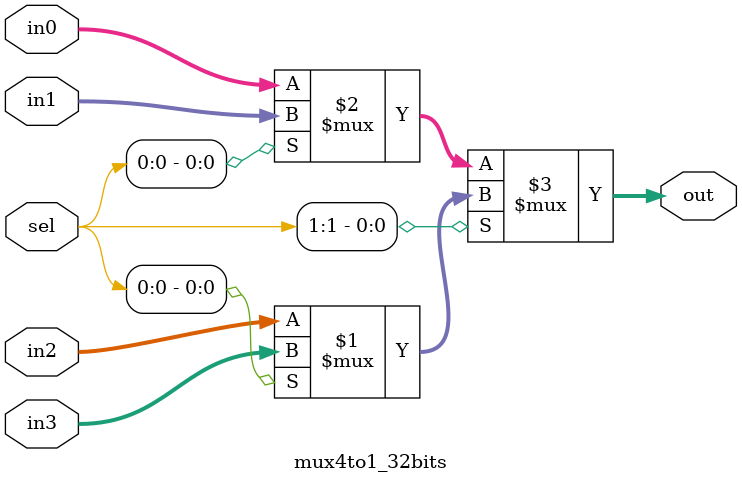
<source format=v>
module mux4to1_32bits (in0,in1,in2,in3,sel,out);
input [31:0] in0,in1,in2,in3;
input [1:0] sel;
output [31:0] out;
assign out = sel[1] ? (sel[0] ? in3 : in2) : (sel[0] ? in1 : in0);
    
endmodule
</source>
